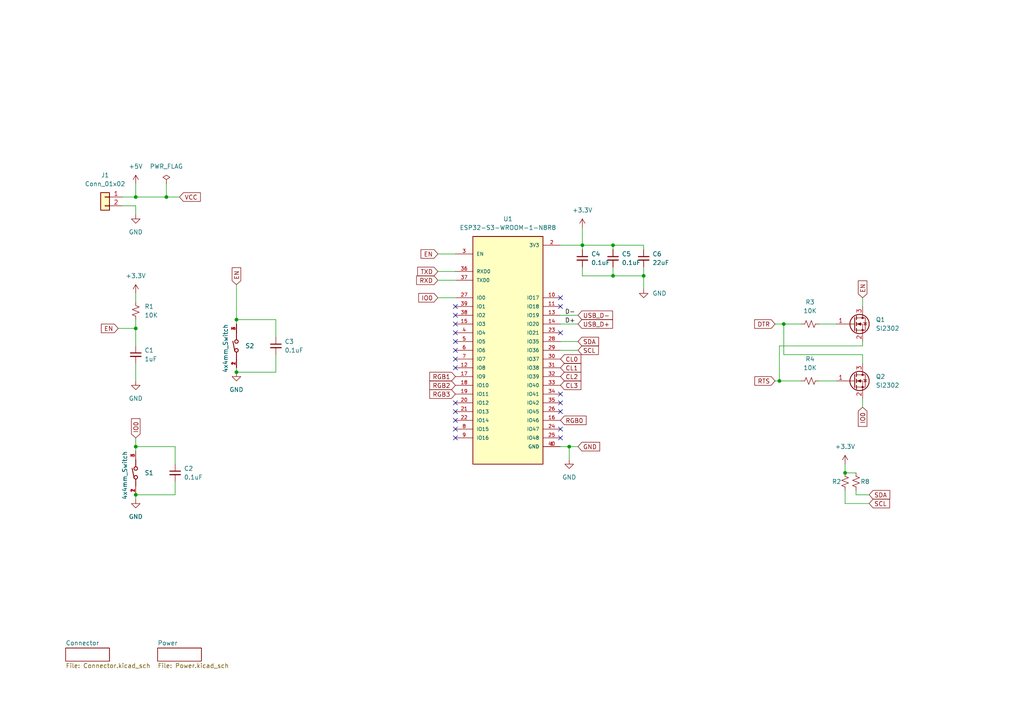
<source format=kicad_sch>
(kicad_sch (version 20211123) (generator eeschema)
  (paper "A4")
  (lib_symbols
    (symbol "Connector_Generic:Conn_01x02" (pin_names (offset 1.016) hide)
      (property "Reference" "J" (at 0 2.54 0))
      (property "Value" "Conn_01x02" (at 0 -5.08 0))
      (symbol "Conn_01x02_1_1"
        (rectangle (start -1.27 -2.413) (end 0 -2.667) (stroke (width 0.1524)))
        (rectangle (start -1.27 0.127) (end 0 -0.127) (stroke (width 0.1524)))
        (rectangle (start -1.27 1.27) (end 1.27 -3.81) (stroke (width 0.254)) (fill (type background)))
        (pin passive line (at -5.08 0 0) (length 3.81) (name "Pin_1") (number "1"))
        (pin passive line (at -5.08 -2.54 0) (length 3.81) (name "Pin_2") (number "2"))
      )
    )
    (symbol "Custom_Buttons:4x4mm_Switch" (pin_names (offset 1.016) hide)
      (property "Reference" "S" (at -1.27 -2.54 0))
      (property "Value" "4x4mm_Switch" (at -7.62 -3.81 0))
      (symbol "4x4mm_Switch_0_0"
        (circle (center -1.27 1.27) (radius 0.508) (stroke (width 0.254)))
        (polyline (pts (xy -1.905 1.27) (xy -3.81 1.27)) (stroke (width 0.254)))
        (polyline (pts (xy -1.4732 1.7526) (xy 1.3462 2.3114)) (stroke (width 0.254)))
        (polyline (pts (xy 3.81 1.27) (xy 1.905 1.27)) (stroke (width 0.254)))
        (circle (center 1.27 1.27) (radius 0.508) (stroke (width 0.254)))
        (pin passive line (at -6.35 1.27 0) (length 2.54) (name "~") (number "1"))
        (pin passive line (at -6.35 1.27 0) (length 2.54) (name "~") (number "2"))
        (pin passive line (at 6.35 1.27 180) (length 2.54) (name "~") (number "3"))
        (pin passive line (at 6.35 1.27 180) (length 2.54) (name "~") (number "4"))
      )
    )
    (symbol "Device:C_Small" (pin_numbers hide) (pin_names (offset 0.254) hide)
      (property "Reference" "C" (at 0.254 1.778 0))
      (property "Value" "C_Small" (at 0.254 -2.032 0))
      (symbol "C_Small_0_1"
        (polyline (pts (xy -1.524 -0.508) (xy 1.524 -0.508)) (stroke (width 0.3302)))
        (polyline (pts (xy -1.524 0.508) (xy 1.524 0.508)) (stroke (width 0.3048)))
      )
      (symbol "C_Small_1_1"
        (pin passive line (at 0 2.54 270) (length 2.032) (name "~") (number "1"))
        (pin passive line (at 0 -2.54 90) (length 2.032) (name "~") (number "2"))
      )
    )
    (symbol "Device:Q_NMOS_GSD" (pin_names (offset 0) hide)
      (property "Reference" "Q" (at 5.08 1.27 0))
      (property "Value" "Q_NMOS_GSD" (at 5.08 -1.27 0))
      (symbol "Q_NMOS_GSD_0_1"
        (polyline (pts (xy 0.254 0) (xy -2.54 0)))
        (polyline (pts (xy 0.254 1.905) (xy 0.254 -1.905)) (stroke (width 0.254)))
        (polyline (pts (xy 0.762 -1.27) (xy 0.762 -2.286)) (stroke (width 0.254)))
        (polyline (pts (xy 0.762 0.508) (xy 0.762 -0.508)) (stroke (width 0.254)))
        (polyline (pts (xy 0.762 2.286) (xy 0.762 1.27)) (stroke (width 0.254)))
        (polyline (pts (xy 2.54 2.54) (xy 2.54 1.778)))
        (polyline (pts (xy 2.54 -2.54) (xy 2.54 0) (xy 0.762 0)))
        (polyline (pts (xy 0.762 -1.778) (xy 3.302 -1.778) (xy 3.302 1.778) (xy 0.762 1.778)))
        (polyline (pts (xy 1.016 0) (xy 2.032 0.381) (xy 2.032 -0.381) (xy 1.016 0)) (fill (type outline)))
        (polyline (pts (xy 2.794 0.508) (xy 2.921 0.381) (xy 3.683 0.381) (xy 3.81 0.254)))
        (polyline (pts (xy 3.302 0.381) (xy 2.921 -0.254) (xy 3.683 -0.254) (xy 3.302 0.381)))
        (circle (center 1.651 0) (radius 2.794) (stroke (width 0.254)))
        (circle (center 2.54 -1.778) (radius 0.254) (fill (type outline)))
        (circle (center 2.54 1.778) (radius 0.254) (fill (type outline)))
      )
      (symbol "Q_NMOS_GSD_1_1"
        (pin input line (at -5.08 0 0) (length 2.54) (name "G") (number "1"))
        (pin passive line (at 2.54 -5.08 90) (length 2.54) (name "S") (number "2"))
        (pin passive line (at 2.54 5.08 270) (length 2.54) (name "D") (number "3"))
      )
    )
    (symbol "Device:R_Small_US" (pin_numbers hide) (pin_names (offset 0.254) hide)
      (property "Reference" "R" (at 0.762 0.508 0))
      (property "Value" "R_Small_US" (at 0.762 -1.016 0))
      (symbol "R_Small_US_1_1"
        (polyline (pts (xy 0 0) (xy 1.016 -0.381) (xy 0 -0.762) (xy -1.016 -1.143) (xy 0 -1.524)))
        (polyline (pts (xy 0 1.524) (xy 1.016 1.143) (xy 0 0.762) (xy -1.016 0.381) (xy 0 0)))
        (pin passive line (at 0 2.54 270) (length 1.016) (name "~") (number "1"))
        (pin passive line (at 0 -2.54 90) (length 1.016) (name "~") (number "2"))
      )
    )
    (symbol "ESP32-S3:ESP32-S3-WROOM-1-N8R8" (pin_names (offset 1.016))
      (property "Reference" "U" (at -10.16 34.1122 0))
      (property "Value" "ESP32-S3-WROOM-1-N8R8" (at -10.16 -35.56 0))
      (symbol "ESP32-S3-WROOM-1-N8R8_0_0"
        (rectangle (start -10.16 -33.02) (end 10.16 33.02) (stroke (width 0.254)) (fill (type background)))
        (pin power_in line (at 15.24 -27.94 180) (length 5.08) (name "GND") (number "1"))
        (pin bidirectional line (at 15.24 15.24 180) (length 5.08) (name "IO17") (number "10"))
        (pin bidirectional line (at 15.24 12.7 180) (length 5.08) (name "IO18") (number "11"))
        (pin bidirectional line (at -15.24 -5.08 0) (length 5.08) (name "IO8") (number "12"))
        (pin bidirectional line (at 15.24 10.16 180) (length 5.08) (name "IO19") (number "13"))
        (pin bidirectional line (at 15.24 7.62 180) (length 5.08) (name "IO20") (number "14"))
        (pin bidirectional line (at -15.24 7.62 0) (length 5.08) (name "IO3") (number "15"))
        (pin bidirectional line (at 15.24 -20.32 180) (length 5.08) (name "IO46") (number "16"))
        (pin bidirectional line (at -15.24 -7.62 0) (length 5.08) (name "IO9") (number "17"))
        (pin bidirectional line (at -15.24 -10.16 0) (length 5.08) (name "IO10") (number "18"))
        (pin bidirectional line (at -15.24 -12.7 0) (length 5.08) (name "IO11") (number "19"))
        (pin power_in line (at 15.24 30.48 180) (length 5.08) (name "3V3") (number "2"))
        (pin bidirectional line (at -15.24 -15.24 0) (length 5.08) (name "IO12") (number "20"))
        (pin bidirectional line (at -15.24 -17.78 0) (length 5.08) (name "IO13") (number "21"))
        (pin bidirectional line (at -15.24 -20.32 0) (length 5.08) (name "IO14") (number "22"))
        (pin bidirectional line (at 15.24 5.08 180) (length 5.08) (name "IO21") (number "23"))
        (pin bidirectional line (at 15.24 -22.86 180) (length 5.08) (name "IO47") (number "24"))
        (pin bidirectional line (at 15.24 -25.4 180) (length 5.08) (name "IO48") (number "25"))
        (pin bidirectional line (at 15.24 -17.78 180) (length 5.08) (name "IO45") (number "26"))
        (pin bidirectional line (at -15.24 15.24 0) (length 5.08) (name "IO0") (number "27"))
        (pin bidirectional line (at 15.24 2.54 180) (length 5.08) (name "IO35") (number "28"))
        (pin bidirectional line (at 15.24 0 180) (length 5.08) (name "IO36") (number "29"))
        (pin input line (at -15.24 27.94 0) (length 5.08) (name "EN") (number "3"))
        (pin bidirectional line (at 15.24 -2.54 180) (length 5.08) (name "IO37") (number "30"))
        (pin bidirectional line (at 15.24 -5.08 180) (length 5.08) (name "IO38") (number "31"))
        (pin bidirectional line (at 15.24 -7.62 180) (length 5.08) (name "IO39") (number "32"))
        (pin bidirectional line (at 15.24 -10.16 180) (length 5.08) (name "IO40") (number "33"))
        (pin bidirectional line (at 15.24 -12.7 180) (length 5.08) (name "IO41") (number "34"))
        (pin bidirectional line (at 15.24 -15.24 180) (length 5.08) (name "IO42") (number "35"))
        (pin bidirectional line (at -15.24 22.86 0) (length 5.08) (name "RXD0") (number "36"))
        (pin bidirectional line (at -15.24 20.32 0) (length 5.08) (name "TXD0") (number "37"))
        (pin bidirectional line (at -15.24 10.16 0) (length 5.08) (name "IO2") (number "38"))
        (pin bidirectional line (at -15.24 12.7 0) (length 5.08) (name "IO1") (number "39"))
        (pin bidirectional line (at -15.24 5.08 0) (length 5.08) (name "IO4") (number "4"))
        (pin power_in line (at 15.24 -27.94 180) (length 5.08) (name "GND") (number "40"))
        (pin bidirectional line (at -15.24 2.54 0) (length 5.08) (name "IO5") (number "5"))
        (pin bidirectional line (at -15.24 0 0) (length 5.08) (name "IO6") (number "6"))
        (pin bidirectional line (at -15.24 -2.54 0) (length 5.08) (name "IO7") (number "7"))
        (pin bidirectional line (at -15.24 -22.86 0) (length 5.08) (name "IO15") (number "8"))
        (pin bidirectional line (at -15.24 -25.4 0) (length 5.08) (name "IO16") (number "9"))
      )
    )
    (symbol "power:+3.3V" (power) (pin_names (offset 0))
      (property "Value" "+3.3V" (at 0 3.556 0))
      (symbol "+3.3V_0_1"
        (polyline (pts (xy -0.762 1.27) (xy 0 2.54)))
        (polyline (pts (xy 0 0) (xy 0 2.54)))
        (polyline (pts (xy 0 2.54) (xy 0.762 1.27)))
      )
      (symbol "+3.3V_1_1"
        (pin power_in line (at 0 0 90) (length 0) hide (name "+3.3V") (number "1"))
      )
    )
    (symbol "power:+5V" (power) (pin_names (offset 0))
      (property "Value" "+5V" (at 0 3.556 0))
      (symbol "+5V_0_1"
        (polyline (pts (xy -0.762 1.27) (xy 0 2.54)))
        (polyline (pts (xy 0 0) (xy 0 2.54)))
        (polyline (pts (xy 0 2.54) (xy 0.762 1.27)))
      )
      (symbol "+5V_1_1"
        (pin power_in line (at 0 0 90) (length 0) hide (name "+5V") (number "1"))
      )
    )
    (symbol "power:GND" (power) (pin_names (offset 0))
      (property "Value" "GND" (at 0 -3.81 0))
      (symbol "GND_0_1"
        (polyline (pts (xy 0 0) (xy 0 -1.27) (xy 1.27 -1.27) (xy 0 -2.54) (xy -1.27 -1.27) (xy 0 -1.27)))
      )
      (symbol "GND_1_1"
        (pin power_in line (at 0 0 270) (length 0) hide (name "GND") (number "1"))
      )
    )
    (symbol "power:PWR_FLAG" (power) (pin_numbers hide) (pin_names (offset 0) hide)
      (property "Value" "PWR_FLAG" (at 0 3.81 0))
      (symbol "PWR_FLAG_0_0"
        (pin power_out line (at 0 0 90) (length 0) (name "pwr") (number "1"))
      )
      (symbol "PWR_FLAG_0_1"
        (polyline (pts (xy 0 0) (xy 0 1.27) (xy -1.016 1.905) (xy 0 2.54) (xy 1.016 1.905) (xy 0 1.27)))
      )
    )
  )
  (junction (at 39.37 129.54))
  (junction (at 39.37 143.51))
  (junction (at 245.11 137.16))
  (junction (at 165.1 129.54))
  (junction (at 168.91 71.12))
  (junction (at 227.33 93.98))
  (junction (at 68.58 107.95))
  (junction (at 186.69 80.01))
  (junction (at 177.8 80.01))
  (junction (at 177.8 71.12))
  (junction (at 68.58 92.71))
  (junction (at 226.06 110.49))
  (junction (at 39.37 95.25))
  (junction (at 39.37 57.15))
  (junction (at 48.26 57.15))
  (no_connect (at 162.56 86.36))
  (no_connect (at 162.56 119.38))
  (no_connect (at 162.56 96.52))
  (no_connect (at 132.08 124.46))
  (no_connect (at 132.08 96.52))
  (no_connect (at 162.56 116.84))
  (no_connect (at 132.08 116.84))
  (no_connect (at 162.56 124.46))
  (no_connect (at 162.56 114.3))
  (no_connect (at 132.08 101.6))
  (no_connect (at 132.08 91.44))
  (no_connect (at 162.56 88.9))
  (no_connect (at 132.08 104.14))
  (no_connect (at 132.08 121.92))
  (no_connect (at 132.08 127))
  (no_connect (at 132.08 119.38))
  (no_connect (at 132.08 99.06))
  (no_connect (at 132.08 106.68))
  (no_connect (at 132.08 93.98))
  (no_connect (at 132.08 88.9))
  (no_connect (at 162.56 127))
  (wire (pts (xy 168.91 71.12) (xy 177.8 71.12)))
  (wire (pts (xy 39.37 105.41) (xy 39.37 110.49)))
  (wire (pts (xy 50.8 129.54) (xy 39.37 129.54)))
  (wire (pts (xy 186.69 80.01) (xy 186.69 77.47)))
  (wire (pts (xy 167.64 129.54) (xy 165.1 129.54)))
  (wire (pts (xy 35.56 57.15) (xy 39.37 57.15)))
  (wire (pts (xy 248.285 142.24) (xy 248.285 143.51)))
  (wire (pts (xy 35.56 59.69) (xy 39.37 59.69)))
  (wire (pts (xy 68.58 82.55) (xy 68.58 92.71)))
  (wire (pts (xy 127 73.66) (xy 132.08 73.66)))
  (wire (pts (xy 227.33 102.87) (xy 227.33 93.98)))
  (wire (pts (xy 80.01 97.79) (xy 80.01 92.71)))
  (wire (pts (xy 50.8 134.62) (xy 50.8 129.54)))
  (wire (pts (xy 48.26 57.15) (xy 52.07 57.15)))
  (wire (pts (xy 224.79 93.98) (xy 227.33 93.98)))
  (wire (pts (xy 80.01 92.71) (xy 68.58 92.71)))
  (wire (pts (xy 39.37 53.34) (xy 39.37 57.15)))
  (wire (pts (xy 168.91 71.12) (xy 168.91 72.39)))
  (wire (pts (xy 250.19 115.57) (xy 250.19 118.11)))
  (wire (pts (xy 186.69 72.39) (xy 186.69 71.12)))
  (wire (pts (xy 68.58 107.95) (xy 80.01 107.95)))
  (wire (pts (xy 248.285 143.51) (xy 252.095 143.51)))
  (wire (pts (xy 177.8 71.12) (xy 177.8 72.39)))
  (wire (pts (xy 168.91 77.47) (xy 168.91 80.01)))
  (wire (pts (xy 50.8 139.7) (xy 50.8 143.51)))
  (wire (pts (xy 39.37 85.09) (xy 39.37 87.63)))
  (wire (pts (xy 168.91 71.12) (xy 162.56 71.12)))
  (wire (pts (xy 250.19 99.06) (xy 250.19 100.33)))
  (wire (pts (xy 226.06 100.33) (xy 226.06 110.49)))
  (wire (pts (xy 168.91 80.01) (xy 177.8 80.01)))
  (wire (pts (xy 186.69 80.01) (xy 186.69 83.82)))
  (wire (pts (xy 250.19 100.33) (xy 226.06 100.33)))
  (wire (pts (xy 226.06 110.49) (xy 232.41 110.49)))
  (wire (pts (xy 39.37 143.51) (xy 39.37 144.78)))
  (wire (pts (xy 48.26 53.34) (xy 48.26 57.15)))
  (wire (pts (xy 177.8 71.12) (xy 186.69 71.12)))
  (wire (pts (xy 68.58 106.68) (xy 68.58 107.95)))
  (wire (pts (xy 168.91 66.04) (xy 168.91 71.12)))
  (wire (pts (xy 50.8 143.51) (xy 39.37 143.51)))
  (wire (pts (xy 39.37 95.25) (xy 39.37 100.33)))
  (wire (pts (xy 245.11 146.05) (xy 252.095 146.05)))
  (wire (pts (xy 162.56 93.98) (xy 167.64 93.98)))
  (wire (pts (xy 80.01 102.87) (xy 80.01 107.95)))
  (wire (pts (xy 237.49 93.98) (xy 242.57 93.98)))
  (wire (pts (xy 39.37 129.54) (xy 39.37 130.81)))
  (wire (pts (xy 177.8 80.01) (xy 186.69 80.01)))
  (wire (pts (xy 167.64 101.6) (xy 162.56 101.6)))
  (wire (pts (xy 39.37 92.71) (xy 39.37 95.25)))
  (wire (pts (xy 68.58 92.71) (xy 68.58 93.98)))
  (wire (pts (xy 237.49 110.49) (xy 242.57 110.49)))
  (wire (pts (xy 177.8 77.47) (xy 177.8 80.01)))
  (wire (pts (xy 250.19 86.36) (xy 250.19 88.9)))
  (wire (pts (xy 127 86.36) (xy 132.08 86.36)))
  (wire (pts (xy 227.33 93.98) (xy 232.41 93.98)))
  (wire (pts (xy 127 81.28) (xy 132.08 81.28)))
  (wire (pts (xy 224.79 110.49) (xy 226.06 110.49)))
  (wire (pts (xy 165.1 129.54) (xy 165.1 133.35)))
  (wire (pts (xy 127 78.74) (xy 132.08 78.74)))
  (wire (pts (xy 245.11 134.62) (xy 245.11 137.16)))
  (wire (pts (xy 250.19 105.41) (xy 250.19 102.87)))
  (wire (pts (xy 39.37 127) (xy 39.37 129.54)))
  (wire (pts (xy 165.1 129.54) (xy 162.56 129.54)))
  (wire (pts (xy 39.37 57.15) (xy 48.26 57.15)))
  (wire (pts (xy 245.11 142.24) (xy 245.11 146.05)))
  (wire (pts (xy 34.29 95.25) (xy 39.37 95.25)))
  (wire (pts (xy 167.64 99.06) (xy 162.56 99.06)))
  (wire (pts (xy 39.37 59.69) (xy 39.37 62.23)))
  (wire (pts (xy 162.56 91.44) (xy 167.64 91.44)))
  (wire (pts (xy 245.11 137.16) (xy 248.285 137.16)))
  (wire (pts (xy 250.19 102.87) (xy 227.33 102.87)))
  (label "D-" (at 163.83 91.44 0))
  (label "D+" (at 163.83 93.98 0))
  (global_label "EN" (shape input) (at 34.29 95.25 180) (property "Intersheet References" "${INTERSHEET_REFS}" (effects hide)))
  (global_label "USB_D-" (shape input) (at 167.64 91.44 0) (property "Intersheet References" "${INTERSHEET_REFS}" (effects hide)))
  (global_label "SDA" (shape input) (at 167.64 99.06 0) (property "Intersheet References" "${INTERSHEET_REFS}" (effects hide)))
  (global_label "RGB3" (shape input) (at 132.08 114.3 180) (property "Intersheet References" "${INTERSHEET_REFS}" (effects hide)))
  (global_label "SCL" (shape input) (at 167.64 101.6 0) (property "Intersheet References" "${INTERSHEET_REFS}" (effects hide)))
  (global_label "SDA" (shape input) (at 252.095 143.51 0) (property "Intersheet References" "${INTERSHEET_REFS}" (effects hide)))
  (global_label "RTS" (shape input) (at 224.79 110.49 180) (property "Intersheet References" "${INTERSHEET_REFS}" (effects hide)))
  (global_label "CL0" (shape input) (at 162.56 104.14 0) (property "Intersheet References" "${INTERSHEET_REFS}" (effects hide)))
  (global_label "TXD" (shape input) (at 127 78.74 180) (property "Intersheet References" "${INTERSHEET_REFS}" (effects hide)))
  (global_label "EN" (shape input) (at 127 73.66 180) (property "Intersheet References" "${INTERSHEET_REFS}" (effects hide)))
  (global_label "DTR" (shape input) (at 224.79 93.98 180) (property "Intersheet References" "${INTERSHEET_REFS}" (effects hide)))
  (global_label "IO0" (shape input) (at 39.37 127 90) (property "Intersheet References" "${INTERSHEET_REFS}" (effects hide)))
  (global_label "CL1" (shape input) (at 162.56 106.68 0) (property "Intersheet References" "${INTERSHEET_REFS}" (effects hide)))
  (global_label "RGB1" (shape input) (at 132.08 109.22 180) (property "Intersheet References" "${INTERSHEET_REFS}" (effects hide)))
  (global_label "GND" (shape input) (at 167.64 129.54 0) (property "Intersheet References" "${INTERSHEET_REFS}" (effects hide)))
  (global_label "IO0" (shape input) (at 250.19 118.11 270) (property "Intersheet References" "${INTERSHEET_REFS}" (effects hide)))
  (global_label "IO0" (shape input) (at 127 86.36 180) (property "Intersheet References" "${INTERSHEET_REFS}" (effects hide)))
  (global_label "EN" (shape input) (at 68.58 82.55 90) (property "Intersheet References" "${INTERSHEET_REFS}" (effects hide)))
  (global_label "CL3" (shape input) (at 162.56 111.76 0) (property "Intersheet References" "${INTERSHEET_REFS}" (effects hide)))
  (global_label "RGB0" (shape input) (at 162.56 121.92 0) (property "Intersheet References" "${INTERSHEET_REFS}" (effects hide)))
  (global_label "VCC" (shape input) (at 52.07 57.15 0) (property "Intersheet References" "${INTERSHEET_REFS}" (effects hide)))
  (global_label "RGB2" (shape input) (at 132.08 111.76 180) (property "Intersheet References" "${INTERSHEET_REFS}" (effects hide)))
  (global_label "SCL" (shape input) (at 252.095 146.05 0) (property "Intersheet References" "${INTERSHEET_REFS}" (effects hide)))
  (global_label "RXD" (shape input) (at 127 81.28 180) (property "Intersheet References" "${INTERSHEET_REFS}" (effects hide)))
  (global_label "CL2" (shape input) (at 162.56 109.22 0) (property "Intersheet References" "${INTERSHEET_REFS}" (effects hide)))
  (global_label "EN" (shape input) (at 250.19 86.36 90) (property "Intersheet References" "${INTERSHEET_REFS}" (effects hide)))
  (global_label "USB_D+" (shape input) (at 167.64 93.98 0) (property "Intersheet References" "${INTERSHEET_REFS}" (effects hide)))
  (symbol (lib_id "power:GND") (at 39.37 110.49 0) (unit 1)
    (property "Reference" "#PWR04" (effects hide))
    (property "Value" "GND" (at 39.37 115.57 0))
  )
  (symbol (lib_id "power:+3.3V") (at 39.37 85.09 0) (unit 1)
    (property "Reference" "#PWR03" (effects hide))
    (property "Value" "+3.3V" (at 39.37 80.01 0))
  )
  (symbol (lib_id "Custom_Buttons:4x4mm_Switch") (at 40.64 137.16 90) (unit 1)
    (property "Reference" "S1" (at 41.91 137.16 90) (effects (justify right)))
    (property "Value" "4x4mm_Switch" (at 36.195 130.81 0) (effects (justify right)))
    (property "Footprint" "Custom_Buttons:430181038816" (effects hide))
  )
  (symbol (lib_id "Device:R_Small_US") (at 248.285 139.7 0) (unit 1)
    (property "Reference" "R8" (at 249.555 139.7 0) (effects (justify left)))
    (property "Value" "10K" (effects hide))
    (property "Footprint" "Resistor_SMD:R_0603_1608Metric" (effects hide))
  )
  (symbol (lib_id "power:GND") (at 68.58 107.95 0) (unit 1)
    (property "Reference" "#PWR06" (effects hide))
    (property "Value" "GND" (at 68.58 113.03 0))
  )
  (symbol (lib_id "Device:Q_NMOS_GSD") (at 247.65 110.49 0) (unit 1)
    (property "Reference" "Q2" (at 254 109.2199 0) (effects (justify left)))
    (property "Value" "SI2302" (at 254 111.7599 0) (effects (justify left)))
    (property "Footprint" "Package_TO_SOT_SMD:SOT-23" (effects hide))
  )
  (symbol (lib_id "Device:C_Small") (at 80.01 100.33 0) (unit 1)
    (property "Reference" "C3" (at 82.55 99.0662 0) (effects (justify left)))
    (property "Value" "0.1uF" (at 82.55 101.6062 0) (effects (justify left)))
    (property "Footprint" "Capacitor_SMD:C_0603_1608Metric" (effects hide))
  )
  (symbol (lib_id "Device:R_Small_US") (at 234.95 110.49 270) (unit 1)
    (property "Reference" "R4" (at 234.95 104.14 90))
    (property "Value" "10K" (at 234.95 106.68 90))
    (property "Footprint" "Resistor_SMD:R_0603_1608Metric" (effects hide))
  )
  (symbol (lib_id "power:+3.3V") (at 245.11 134.62 0) (unit 1)
    (property "Reference" "#PWR015" (effects hide))
    (property "Value" "+3.3V" (at 245.11 129.54 0))
  )
  (symbol (lib_id "Device:C_Small") (at 168.91 74.93 0) (unit 1)
    (property "Reference" "C4" (at 171.45 73.6662 0) (effects (justify left)))
    (property "Value" "0.1uF" (at 171.45 76.2062 0) (effects (justify left)))
    (property "Footprint" "Capacitor_SMD:C_0603_1608Metric" (effects hide))
  )
  (symbol (lib_id "power:GND") (at 186.69 83.82 0) (unit 1)
    (property "Reference" "#PWR09" (effects hide))
    (property "Value" "GND" (at 189.23 85.0899 0) (effects (justify left)))
  )
  (symbol (lib_id "Device:C_Small") (at 186.69 74.93 0) (unit 1)
    (property "Reference" "C6" (at 189.23 73.6662 0) (effects (justify left)))
    (property "Value" "22uF" (at 189.23 76.2062 0) (effects (justify left)))
    (property "Footprint" "Capacitor_SMD:C_0603_1608Metric" (effects hide))
  )
  (symbol (lib_id "ESP32-S3:ESP32-S3-WROOM-1-N8R8") (at 147.32 101.6 0) (unit 1)
    (property "Reference" "U1" (at 147.32 63.5 0))
    (property "Value" "ESP32-S3-WROOM-1-N8R8" (at 147.32 66.04 0))
    (property "Footprint" "ESP32-S3:ESP32S3WROOM1N8R8" (effects hide))
  )
  (symbol (lib_id "power:GND") (at 39.37 144.78 0) (unit 1)
    (property "Reference" "#PWR05" (effects hide))
    (property "Value" "GND" (at 39.37 149.86 0))
  )
  (symbol (lib_id "Device:R_Small_US") (at 39.37 90.17 0) (unit 1)
    (property "Reference" "R1" (at 41.91 88.8999 0) (effects (justify left)))
    (property "Value" "10K" (at 41.91 91.4399 0) (effects (justify left)))
    (property "Footprint" "Resistor_SMD:R_0603_1608Metric" (effects hide))
  )
  (symbol (lib_id "Device:R_Small_US") (at 245.11 139.7 0) (unit 1)
    (property "Reference" "R2" (at 241.3 139.7 0) (effects (justify left)))
    (property "Value" "10K" (effects hide))
    (property "Footprint" "Resistor_SMD:R_0603_1608Metric" (effects hide))
  )
  (symbol (lib_id "power:+3.3V") (at 168.91 66.04 0) (unit 1)
    (property "Reference" "#PWR08" (effects hide))
    (property "Value" "+3.3V" (at 168.91 60.96 0))
  )
  (symbol (lib_id "Custom_Buttons:4x4mm_Switch") (at 69.85 100.33 90) (unit 1)
    (property "Reference" "S2" (at 71.12 100.33 90) (effects (justify right)))
    (property "Value" "4x4mm_Switch" (at 65.405 93.98 0) (effects (justify right)))
    (property "Footprint" "Custom_Buttons:430181038816" (effects hide))
  )
  (symbol (lib_id "Device:C_Small") (at 39.37 102.87 0) (unit 1)
    (property "Reference" "C1" (at 41.91 101.6062 0) (effects (justify left)))
    (property "Value" "1uF" (at 41.91 104.1462 0) (effects (justify left)))
    (property "Footprint" "Capacitor_SMD:C_0603_1608Metric" (effects hide))
  )
  (symbol (lib_id "power:GND") (at 39.37 62.23 0) (unit 1)
    (property "Reference" "#PWR02" (effects hide))
    (property "Value" "GND" (at 39.37 67.31 0))
  )
  (symbol (lib_id "Connector_Generic:Conn_01x02") (at 30.48 57.15 0) (mirror y) (unit 1)
    (property "Reference" "J1" (at 30.48 50.8 0))
    (property "Value" "Conn_01x02" (at 30.48 53.34 0))
    (property "Footprint" "Connector_JST:JST_VH_B2P-VH-B_1x02_P3.96mm_Vertical" (effects hide))
  )
  (symbol (lib_id "Device:Q_NMOS_GSD") (at 247.65 93.98 0) (unit 1)
    (property "Reference" "Q1" (at 254 92.7099 0) (effects (justify left)))
    (property "Value" "SI2302" (at 254 95.2499 0) (effects (justify left)))
    (property "Footprint" "Package_TO_SOT_SMD:SOT-23" (effects hide))
  )
  (symbol (lib_id "Device:R_Small_US") (at 234.95 93.98 270) (unit 1)
    (property "Reference" "R3" (at 234.95 87.63 90))
    (property "Value" "10K" (at 234.95 90.17 90))
    (property "Footprint" "Resistor_SMD:R_0603_1608Metric" (effects hide))
  )
  (symbol (lib_id "power:+5V") (at 39.37 53.34 0) (unit 1)
    (property "Reference" "#PWR01" (effects hide))
    (property "Value" "+5V" (at 39.37 48.26 0))
  )
  (symbol (lib_id "Device:C_Small") (at 50.8 137.16 0) (unit 1)
    (property "Reference" "C2" (at 53.34 135.8962 0) (effects (justify left)))
    (property "Value" "0.1uF" (at 53.34 138.4362 0) (effects (justify left)))
    (property "Footprint" "Capacitor_SMD:C_0603_1608Metric" (effects hide))
  )
  (symbol (lib_id "Device:C_Small") (at 177.8 74.93 0) (unit 1)
    (property "Reference" "C5" (at 180.34 73.6662 0) (effects (justify left)))
    (property "Value" "0.1uF" (at 180.34 76.2062 0) (effects (justify left)))
    (property "Footprint" "Capacitor_SMD:C_0603_1608Metric" (effects hide))
  )
  (symbol (lib_id "power:PWR_FLAG") (at 48.26 53.34 0) (unit 1)
    (property "Reference" "#FLG01" (effects hide))
    (property "Value" "PWR_FLAG" (at 48.26 48.26 0))
  )
  (symbol (lib_id "power:GND") (at 165.1 133.35 0) (unit 1)
    (property "Reference" "#PWR07" (effects hide))
    (property "Value" "GND" (at 165.1 138.43 0))
  )
  (sheet (at 19.05 187.96) (size 12.7 3.81) (stroke (width 0.1524))
    (property "Sheet name" "Connector" (at 19.05 187.2484 0) (effects (justify left bottom)))
    (property "Sheet file" "Connector.kicad_sch" (at 19.05 192.3546 0) (effects (justify left top)))
  )
  (sheet (at 45.72 187.96) (size 12.7 3.81) (stroke (width 0.1524))
    (property "Sheet name" "Power" (at 45.72 187.2484 0) (effects (justify left bottom)))
    (property "Sheet file" "Power.kicad_sch" (at 45.72 192.3546 0) (effects (justify left top)))
  )
)
</source>
